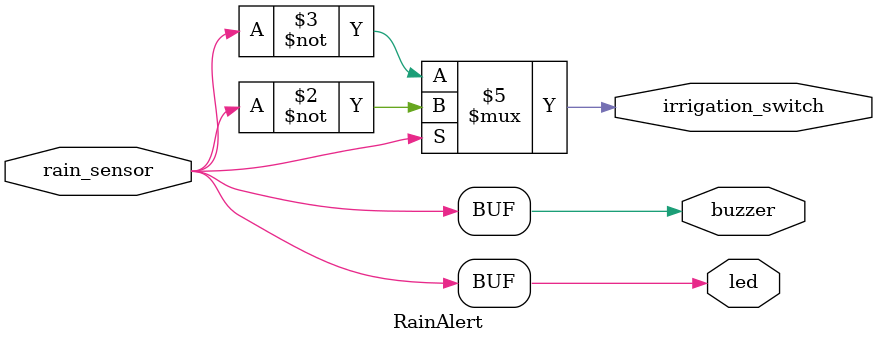
<source format=v>
module RainAlert(rain_sensor,led,buzzer,irrigation_switch);
input wire rain_sensor;
output reg led,irrigation_switch;
output buzzer;

always @(rain_sensor) begin
    // Assuming rain_sensor is a simple digital signal (1 for rain, 0 for no rain)
    if (rain_sensor) begin
        led = rain_sensor ; // Turn on LED when rain is detected
        irrigation_switch = ~rain_sensor; 
       // Turn off irrigation switch when rain is detected
    end
       else begin
        led = rain_sensor ;
        irrigation_switch = ~rain_sensor;
    end 
    end
assign buzzer =rain_sensor;// Turn on buzzer when rain is detected
endmodule
</source>
